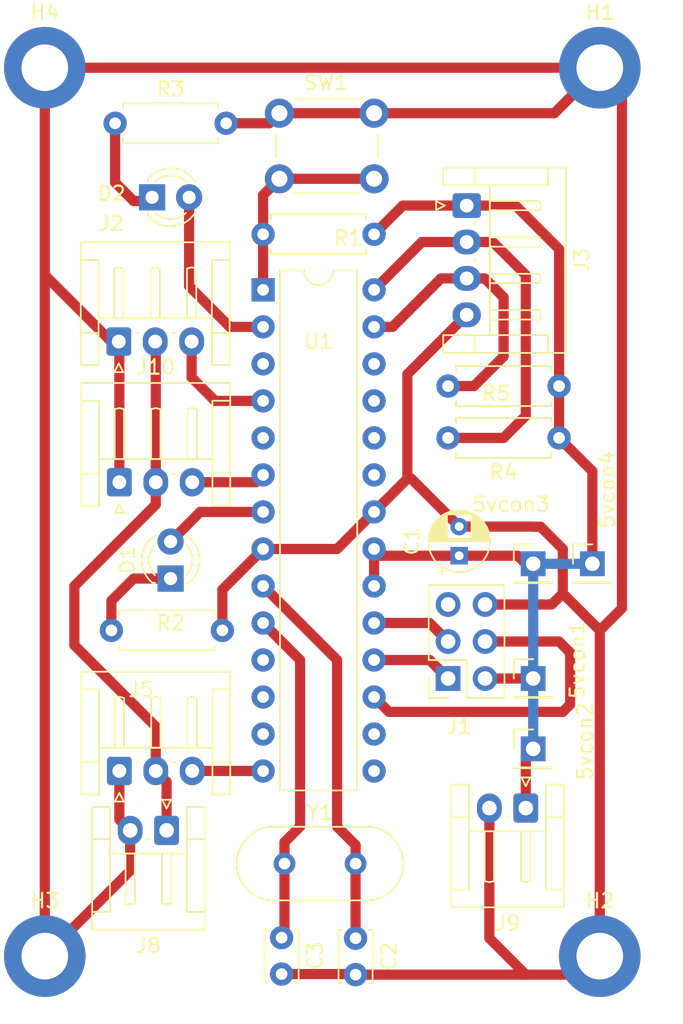
<source format=kicad_pcb>
(kicad_pcb (version 20221018) (generator pcbnew)
  (layers (0 "F.Cu" signal) (31 "B.Cu" signal) (34 "B.Paste" user) (35 "F.Paste" user) (36 "B.SilkS" user "B.Silkscreen") (37 "F.SilkS" user "F.Silkscreen") (38 "B.Mask" user) (39 "F.Mask" user) (44 "Edge.Cuts" user))
  (net 0 "")
  (net 1 "+5V")
  (net 2 "GND")
  (net 3 "Net-(D1-K)")
  (net 4 "Net-(D2-K)")
  (net 5 "/LED")
  (net 6 "/MISO")
  (net 7 "/SCK")
  (net 8 "/MOSI")
  (net 9 "/RST2")
  (net 10 "/m1_sig")
  (net 11 "/SCL")
  (net 12 "/SDA")
  (net 13 "/RST1")
  (net 14 "/m3_sig")
  (net 17 "/BUZZ")
  (net 24 "Net-(J5-Pin_3)")
  (net 27 "Net-(U1-XTAL1{slash}PB6)")
  (net 28 "Net-(U1-XTAL2{slash}PB7)")
  (footprint "Package_DIP:DIP-28_W7.62mm" (layer "F.Cu") (at 156.21 68.58)
    (fp_text reference "U1" (at 3.81 3.556) (layer "F.SilkS"))
    (fp_text value "ATmega328-P")
    (pad "1" thru_hole rect (at 0 0) (size 1.6 1.6) (drill 0.8) (layers "*.Cu" "*.Mask") (net 13 "/RST1"))
    (pad "2" thru_hole oval (at 0 2.54) (size 1.6 1.6) (drill 0.8) (layers "*.Cu" "*.Mask") (net 5 "/LED"))
    (pad "3" thru_hole oval (at 0 5.08) (size 1.6 1.6) (drill 0.8) (layers "*.Cu" "*.Mask"))
    (pad "4" thru_hole oval (at 0 7.62) (size 1.6 1.6) (drill 0.8) (layers "*.Cu" "*.Mask") (net 10 "/m1_sig"))
    (pad "5" thru_hole oval (at 0 10.16) (size 1.6 1.6) (drill 0.8) (layers "*.Cu" "*.Mask"))
    (pad "6" thru_hole oval (at 0 12.7) (size 1.6 1.6) (drill 0.8) (layers "*.Cu" "*.Mask") (net 14 "/m3_sig"))
    (pad "7" thru_hole oval (at 0 15.24) (size 1.6 1.6) (drill 0.8) (layers "*.Cu" "*.Mask") (net 1 "+5V"))
    (pad "8" thru_hole oval (at 0 17.78) (size 1.6 1.6) (drill 0.8) (layers "*.Cu" "*.Mask") (net 2 "GND"))
    (pad "9" thru_hole oval (at 0 20.32) (size 1.6 1.6) (drill 0.8) (layers "*.Cu" "*.Mask") (net 27 "Net-(U1-XTAL1{slash}PB6)"))
    (pad "10" thru_hole oval (at 0 22.86) (size 1.6 1.6) (drill 0.8) (layers "*.Cu" "*.Mask") (net 28 "Net-(U1-XTAL2{slash}PB7)"))
    (pad "11" thru_hole oval (at 0 25.4) (size 1.6 1.6) (drill 0.8) (layers "*.Cu" "*.Mask") (net 17 "/BUZZ"))
    (pad "12" thru_hole oval (at 0 27.94) (size 1.6 1.6) (drill 0.8) (layers "*.Cu" "*.Mask"))
    (pad "13" thru_hole oval (at 0 30.48) (size 1.6 1.6) (drill 0.8) (layers "*.Cu" "*.Mask"))
    (pad "14" thru_hole oval (at 0 33.02) (size 1.6 1.6) (drill 0.8) (layers "*.Cu" "*.Mask") (net 24 "Net-(J5-Pin_3)"))
    (pad "15" thru_hole oval (at 7.62 33.02) (size 1.6 1.6) (drill 0.8) (layers "*.Cu" "*.Mask"))
    (pad "16" thru_hole oval (at 7.62 30.48) (size 1.6 1.6) (drill 0.8) (layers "*.Cu" "*.Mask"))
    (pad "17" thru_hole oval (at 7.62 27.94) (size 1.6 1.6) (drill 0.8) (layers "*.Cu" "*.Mask") (net 8 "/MOSI"))
    (pad "18" thru_hole oval (at 7.62 25.4) (size 1.6 1.6) (drill 0.8) (layers "*.Cu" "*.Mask") (net 6 "/MISO"))
    (pad "19" thru_hole oval (at 7.62 22.86) (size 1.6 1.6) (drill 0.8) (layers "*.Cu" "*.Mask") (net 7 "/SCK"))
    (pad "20" thru_hole oval (at 7.62 20.32) (size 1.6 1.6) (drill 0.8) (layers "*.Cu" "*.Mask") (net 1 "+5V"))
    (pad "21" thru_hole oval (at 7.62 17.78) (size 1.6 1.6) (drill 0.8) (layers "*.Cu" "*.Mask") (net 1 "+5V"))
    (pad "22" thru_hole oval (at 7.62 15.24) (size 1.6 1.6) (drill 0.8) (layers "*.Cu" "*.Mask") (net 2 "GND"))
    (pad "23" thru_hole oval (at 7.62 12.7) (size 1.6 1.6) (drill 0.8) (layers "*.Cu" "*.Mask"))
    (pad "24" thru_hole oval (at 7.62 10.16) (size 1.6 1.6) (drill 0.8) (layers "*.Cu" "*.Mask"))
    (pad "25" thru_hole oval (at 7.62 7.62) (size 1.6 1.6) (drill 0.8) (layers "*.Cu" "*.Mask"))
    (pad "26" thru_hole oval (at 7.62 5.08) (size 1.6 1.6) (drill 0.8) (layers "*.Cu" "*.Mask"))
    (pad "27" thru_hole oval (at 7.62 2.54) (size 1.6 1.6) (drill 0.8) (layers "*.Cu" "*.Mask") (net 12 "/SDA"))
    (pad "28" thru_hole oval (at 7.62 0) (size 1.6 1.6) (drill 0.8) (layers "*.Cu" "*.Mask") (net 11 "/SCL"))
  )
  (footprint "MountingHole:MountingHole_3.2mm_M3_DIN965_Pad" (layer "F.Cu") (at 179.324 114.3)
    (fp_text reference "H2" (at 0 -3.8) (layer "F.SilkS"))
    (fp_text value "M3")
    (pad "1" thru_hole circle (at 0 0) (size 5.6 5.6) (drill 3.2) (layers "*.Cu" "*.Mask") (net 2 "GND"))
  )
  (footprint "Capacitor_THT:C_Disc_D3.4mm_W2.1mm_P2.50mm" (layer "F.Cu") (at 162.56 113.07 -90)
    (fp_text reference "C2" (at 1.25 -2.3 90) (layer "F.SilkS"))
    (fp_text value "22pF")
    (pad "1" thru_hole circle (at 0 0 270) (size 1.6 1.6) (drill 0.8) (layers "*.Cu" "*.Mask") (net 27 "Net-(U1-XTAL1{slash}PB6)"))
    (pad "2" thru_hole circle (at 2.5 0 270) (size 1.6 1.6) (drill 0.8) (layers "*.Cu" "*.Mask") (net 2 "GND"))
  )
  (footprint "LED_THT:LED_D3.0mm" (layer "F.Cu") (at 148.59 62.23)
    (fp_text reference "D2" (at -2.794 -0.254) (layer "F.SilkS"))
    (fp_text value "BUILD-IN")
    (pad "1" thru_hole rect (at 0 0) (size 1.8 1.8) (drill 0.9) (layers "*.Cu" "*.Mask") (net 4 "Net-(D2-K)"))
    (pad "2" thru_hole circle (at 2.54 0) (size 1.8 1.8) (drill 0.9) (layers "*.Cu" "*.Mask") (net 5 "/LED"))
  )
  (footprint "Connector_PinHeader_2.54mm:PinHeader_1x01_P2.54mm_Vertical" (layer "F.Cu") (at 174.752 100.076)
    (fp_text reference "5vcon2" (at 3.556 -0.508 90) (layer "F.SilkS"))
    (fp_text value "Conn_01x01_Pin")
    (pad "1" thru_hole rect (at 0 0) (size 1.7 1.7) (drill 1) (layers "*.Cu" "*.Mask") (net 1 "+5V"))
  )
  (footprint "Crystal:Crystal_HC49-4H_Vertical" (layer "F.Cu") (at 157.68 107.95)
    (fp_text reference "Y1" (at 2.44 -3.525) (layer "F.SilkS"))
    (fp_text value "16Mhz")
    (pad "1" thru_hole circle (at 0 0) (size 1.5 1.5) (drill 0.8) (layers "*.Cu" "*.Mask") (net 28 "Net-(U1-XTAL2{slash}PB7)"))
    (pad "2" thru_hole circle (at 4.88 0) (size 1.5 1.5) (drill 0.8) (layers "*.Cu" "*.Mask") (net 27 "Net-(U1-XTAL1{slash}PB6)"))
  )
  (footprint "Connector_JST:JST_EH_S3B-EH_1x03_P2.50mm_Horizontal" (layer "F.Cu") (at 146.344 81.7805)
    (fp_text reference "J10" (at 2.5 -7.9) (layer "F.SilkS"))
    (fp_text value "Servo_M3")
    (pad "1" thru_hole roundrect (at 0 0) (size 1.7 1.95) (drill 0.95) (layers "*.Cu" "*.Mask") (roundrect_rratio 0.147059) (net 2 "GND"))
    (pad "2" thru_hole oval (at 2.5 0) (size 1.7 1.95) (drill 0.95) (layers "*.Cu" "*.Mask") (net 1 "+5V"))
    (pad "3" thru_hole oval (at 5 0) (size 1.7 1.95) (drill 0.95) (layers "*.Cu" "*.Mask") (net 14 "/m3_sig"))
  )
  (footprint "Connector_JST:JST_EH_S3B-EH_1x03_P2.50mm_Horizontal" (layer "F.Cu") (at 146.304 72.1285)
    (fp_text reference "J2" (at -0.508 -8.1205) (layer "F.SilkS"))
    (fp_text value "Servo_M1")
    (pad "1" thru_hole roundrect (at 0 0) (size 1.7 1.95) (drill 0.95) (layers "*.Cu" "*.Mask") (roundrect_rratio 0.147059) (net 2 "GND"))
    (pad "2" thru_hole oval (at 2.5 0) (size 1.7 1.95) (drill 0.95) (layers "*.Cu" "*.Mask") (net 1 "+5V"))
    (pad "3" thru_hole oval (at 5 0) (size 1.7 1.95) (drill 0.95) (layers "*.Cu" "*.Mask") (net 10 "/m1_sig"))
  )
  (footprint "MountingHole:MountingHole_3.2mm_M3_DIN965_Pad" (layer "F.Cu") (at 179.324 53.34)
    (fp_text reference "H1" (at 0 -3.8) (layer "F.SilkS"))
    (fp_text value "M3")
    (pad "1" thru_hole circle (at 0 0) (size 5.6 5.6) (drill 3.2) (layers "*.Cu" "*.Mask") (net 2 "GND"))
  )
  (footprint "Resistor_THT:R_Axial_DIN0207_L6.3mm_D2.5mm_P7.62mm_Horizontal" (layer "F.Cu") (at 146.05 57.15)
    (fp_text reference "R3" (at 3.81 -2.37) (layer "F.SilkS"))
    (fp_text value "470E")
    (pad "1" thru_hole circle (at 0 0) (size 1.6 1.6) (drill 0.8) (layers "*.Cu" "*.Mask") (net 4 "Net-(D2-K)"))
    (pad "2" thru_hole oval (at 7.62 0) (size 1.6 1.6) (drill 0.8) (layers "*.Cu" "*.Mask") (net 2 "GND"))
  )
  (footprint "Connector_PinHeader_2.54mm:PinHeader_1x01_P2.54mm_Vertical" (layer "F.Cu") (at 174.752 95.25)
    (fp_text reference "5vcon1" (at 3.048 -1.27 90) (layer "F.SilkS"))
    (fp_text value "Conn_01x01_Pin")
    (pad "1" thru_hole rect (at 0 0) (size 1.7 1.7) (drill 1) (layers "*.Cu" "*.Mask") (net 1 "+5V"))
  )
  (footprint "MountingHole:MountingHole_3.2mm_M3_DIN965_Pad" (layer "F.Cu") (at 141.224 53.34)
    (fp_text reference "H4" (at 0 -3.8) (layer "F.SilkS"))
    (fp_text value "M3")
    (pad "1" thru_hole circle (at 0 0) (size 5.6 5.6) (drill 3.2) (layers "*.Cu" "*.Mask") (net 2 "GND"))
  )
  (footprint "Resistor_THT:R_Axial_DIN0207_L6.3mm_D2.5mm_P7.62mm_Horizontal" (layer "F.Cu") (at 176.529998 75.184001 180)
    (fp_text reference "R5" (at 4.317998 -0.507999) (layer "F.SilkS"))
    (fp_text value "4.7K")
    (pad "1" thru_hole circle (at 0 0 180) (size 1.6 1.6) (drill 0.8) (layers "*.Cu" "*.Mask") (net 1 "+5V"))
    (pad "2" thru_hole oval (at 7.62 0 180) (size 1.6 1.6) (drill 0.8) (layers "*.Cu" "*.Mask") (net 12 "/SDA"))
  )
  (footprint "Resistor_THT:R_Axial_DIN0207_L6.3mm_D2.5mm_P7.62mm_Horizontal" (layer "F.Cu") (at 163.83 64.77 180)
    (fp_text reference "R1" (at 1.778 -0.254) (layer "F.SilkS"))
    (fp_text value "10K")
    (pad "1" thru_hole circle (at 0 0 180) (size 1.6 1.6) (drill 0.8) (layers "*.Cu" "*.Mask") (net 1 "+5V"))
    (pad "2" thru_hole oval (at 7.62 0 180) (size 1.6 1.6) (drill 0.8) (layers "*.Cu" "*.Mask") (net 13 "/RST1"))
  )
  (footprint "LED_THT:LED_D3.0mm" (layer "F.Cu") (at 149.86 88.392 90)
    (fp_text reference "D1" (at 1.27 -2.96 90) (layer "F.SilkS"))
    (fp_text value "POWER")
    (pad "1" thru_hole rect (at 0 0 90) (size 1.8 1.8) (drill 0.9) (layers "*.Cu" "*.Mask") (net 3 "Net-(D1-K)"))
    (pad "2" thru_hole circle (at 2.54 0 90) (size 1.8 1.8) (drill 0.9) (layers "*.Cu" "*.Mask") (net 1 "+5V"))
  )
  (footprint "Connector_PinHeader_2.54mm:PinHeader_1x01_P2.54mm_Vertical" (layer "F.Cu") (at 178.816 87.376)
    (fp_text reference "5vcon4" (at 1.016 -5.08 90) (layer "F.SilkS"))
    (fp_text value "Conn_01x01_Pin")
    (pad "1" thru_hole rect (at 0 0) (size 1.7 1.7) (drill 1) (layers "*.Cu" "*.Mask") (net 1 "+5V"))
  )
  (footprint "MountingHole:MountingHole_3.2mm_M3_DIN965_Pad" (layer "F.Cu") (at 141.224 114.3)
    (fp_text reference "H3" (at 0 -3.8) (layer "F.SilkS"))
    (fp_text value "M3")
    (pad "1" thru_hole circle (at 0 0) (size 5.6 5.6) (drill 3.2) (layers "*.Cu" "*.Mask") (net 2 "GND"))
  )
  (footprint "Capacitor_THT:C_Disc_D3.4mm_W2.1mm_P2.50mm" (layer "F.Cu") (at 157.48 113.03 -90)
    (fp_text reference "C3" (at 1.25 -2.3 90) (layer "F.SilkS"))
    (fp_text value "22pF")
    (pad "1" thru_hole circle (at 0 0 270) (size 1.6 1.6) (drill 0.8) (layers "*.Cu" "*.Mask") (net 28 "Net-(U1-XTAL2{slash}PB7)"))
    (pad "2" thru_hole circle (at 2.5 0 270) (size 1.6 1.6) (drill 0.8) (layers "*.Cu" "*.Mask") (net 2 "GND"))
  )
  (footprint "Connector_JST:JST_EH_S3B-EH_1x03_P2.50mm_Horizontal" (layer "F.Cu") (at 146.344 101.5925)
    (fp_text reference "J5" (at 1.484 -5.5805) (layer "F.SilkS"))
    (fp_text value "Servo_M2")
    (pad "1" thru_hole roundrect (at 0 0) (size 1.7 1.95) (drill 0.95) (layers "*.Cu" "*.Mask") (roundrect_rratio 0.147059) (net 2 "GND"))
    (pad "2" thru_hole oval (at 2.5 0) (size 1.7 1.95) (drill 0.95) (layers "*.Cu" "*.Mask") (net 1 "+5V"))
    (pad "3" thru_hole oval (at 5 0) (size 1.7 1.95) (drill 0.95) (layers "*.Cu" "*.Mask") (net 24 "Net-(J5-Pin_3)"))
  )
  (footprint "Connector_JST:JST_EH_S4B-EH_1x04_P2.50mm_Horizontal" (layer "F.Cu") (at 170.1875 62.798 -90)
    (fp_text reference "J3" (at 3.75 -7.9 90) (layer "F.SilkS"))
    (fp_text value "I2C")
    (pad "1" thru_hole roundrect (at 0 0 270) (size 1.7 1.95) (drill 0.95) (layers "*.Cu" "*.Mask") (roundrect_rratio 0.147059) (net 1 "+5V"))
    (pad "2" thru_hole oval (at 2.5 0 270) (size 1.7 1.95) (drill 0.95) (layers "*.Cu" "*.Mask") (net 11 "/SCL"))
    (pad "3" thru_hole oval (at 5 0 270) (size 1.7 1.95) (drill 0.95) (layers "*.Cu" "*.Mask") (net 12 "/SDA"))
    (pad "4" thru_hole oval (at 7.5 0 270) (size 1.7 1.95) (drill 0.95) (layers "*.Cu" "*.Mask") (net 2 "GND"))
  )
  (footprint "Connector_PinHeader_2.54mm:PinHeader_1x01_P2.54mm_Vertical" (layer "F.Cu") (at 174.752 87.376)
    (fp_text reference "5vcon3" (at -1.524 -4.064 180) (layer "F.SilkS"))
    (fp_text value "Conn_01x01_Pin")
    (pad "1" thru_hole rect (at 0 0) (size 1.7 1.7) (drill 1) (layers "*.Cu" "*.Mask") (net 1 "+5V"))
  )
  (footprint "Resistor_THT:R_Axial_DIN0207_L6.3mm_D2.5mm_P7.62mm_Horizontal" (layer "F.Cu") (at 176.53 78.74 180)
    (fp_text reference "R4" (at 3.81 -2.37) (layer "F.SilkS"))
    (fp_text value "4.7K")
    (pad "1" thru_hole circle (at 0 0 180) (size 1.6 1.6) (drill 0.8) (layers "*.Cu" "*.Mask") (net 1 "+5V"))
    (pad "2" thru_hole oval (at 7.62 0 180) (size 1.6 1.6) (drill 0.8) (layers "*.Cu" "*.Mask") (net 11 "/SCL"))
  )
  (footprint "Resistor_THT:R_Axial_DIN0207_L6.3mm_D2.5mm_P7.62mm_Horizontal" (layer "F.Cu") (at 145.796 91.948)
    (fp_text reference "R2" (at 4.064 -0.508) (layer "F.SilkS"))
    (fp_text value "1K")
    (pad "1" thru_hole circle (at 0 0) (size 1.6 1.6) (drill 0.8) (layers "*.Cu" "*.Mask") (net 3 "Net-(D1-K)"))
    (pad "2" thru_hole oval (at 7.62 0) (size 1.6 1.6) (drill 0.8) (layers "*.Cu" "*.Mask") (net 2 "GND"))
  )
  (footprint "Connector_JST:JST_EH_S2B-EH_1x02_P2.50mm_Horizontal" (layer "F.Cu") (at 149.586 105.6715 180)
    (fp_text reference "J8" (at 1.25 -7.9) (layer "F.SilkS"))
    (fp_text value "servo_power")
    (pad "1" thru_hole roundrect (at 0 0 180) (size 1.7 2) (drill 1) (layers "*.Cu" "*.Mask") (roundrect_rratio 0.147059) (net 1 "+5V"))
    (pad "2" thru_hole oval (at 2.5 0 180) (size 1.7 2) (drill 1) (layers "*.Cu" "*.Mask") (net 2 "GND"))
  )
  (footprint "Capacitor_THT:CP_Radial_D4.0mm_P2.00mm" (layer "F.Cu") (at 169.672 86.8246 90)
    (fp_text reference "C1" (at 1 -3.25 90) (layer "F.SilkS"))
    (fp_text value "10uF")
    (pad "1" thru_hole rect (at 0 0 90) (size 1.2 1.2) (drill 0.6) (layers "*.Cu" "*.Mask") (net 1 "+5V"))
    (pad "2" thru_hole circle (at 2 0 90) (size 1.2 1.2) (drill 0.6) (layers "*.Cu" "*.Mask") (net 2 "GND"))
  )
  (footprint "Connector_PinSocket_2.54mm:PinSocket_2x03_P2.54mm_Vertical" (layer "F.Cu") (at 168.91 95.25 180)
    (fp_text reference "J1" (at -0.762 -3.302) (layer "F.SilkS"))
    (fp_text value "ISP")
    (pad "1" thru_hole rect (at 0 0 180) (size 1.7 1.7) (drill 1) (layers "*.Cu" "*.Mask") (net 6 "/MISO"))
    (pad "2" thru_hole oval (at -2.54 0 180) (size 1.7 1.7) (drill 1) (layers "*.Cu" "*.Mask") (net 1 "+5V"))
    (pad "3" thru_hole oval (at 0 2.54 180) (size 1.7 1.7) (drill 1) (layers "*.Cu" "*.Mask") (net 7 "/SCK"))
    (pad "4" thru_hole oval (at -2.54 2.54 180) (size 1.7 1.7) (drill 1) (layers "*.Cu" "*.Mask") (net 8 "/MOSI"))
    (pad "5" thru_hole oval (at 0 5.08 180) (size 1.7 1.7) (drill 1) (layers "*.Cu" "*.Mask") (net 9 "/RST2"))
    (pad "6" thru_hole oval (at -2.54 5.08 180) (size 1.7 1.7) (drill 1) (layers "*.Cu" "*.Mask") (net 2 "GND"))
  )
  (footprint "Connector_JST:JST_EH_S2B-EH_1x02_P2.50mm_Horizontal" (layer "F.Cu") (at 174.244 104.14 180)
    (fp_text reference "J9" (at 1.25 -7.9) (layer "F.SilkS"))
    (fp_text value "atmega_power")
    (pad "1" thru_hole roundrect (at 0 0 180) (size 1.7 2) (drill 1) (layers "*.Cu" "*.Mask") (roundrect_rratio 0.147059) (net 1 "+5V"))
    (pad "2" thru_hole oval (at 2.5 0 180) (size 1.7 2) (drill 1) (layers "*.Cu" "*.Mask") (net 2 "GND"))
  )
  (footprint "Button_Switch_THT:SW_PUSH_6mm" (layer "F.Cu") (at 163.83 60.96 180)
    (fp_text reference "SW1" (at 3.302 6.604) (layer "F.SilkS"))
    (fp_text value "reset")
    (pad "1" thru_hole circle (at 0 0 270) (size 2 2) (drill 1.1) (layers "*.Cu" "*.Mask") (net 13 "/RST1"))
    (pad "1" thru_hole circle (at 6.5 0 270) (size 2 2) (drill 1.1) (layers "*.Cu" "*.Mask") (net 13 "/RST1"))
    (pad "2" thru_hole circle (at 0 4.5 270) (size 2 2) (drill 1.1) (layers "*.Cu" "*.Mask") (net 2 "GND"))
    (pad "2" thru_hole circle (at 6.5 4.5 270) (size 2 2) (drill 1.1) (layers "*.Cu" "*.Mask") (net 2 "GND"))
  )
  (segment (start 163.83 88.9) (end 163.83 86.36) (width 0.7) (layer "F.Cu") (net 1))
  (segment (start 148.844 81.7805) (end 148.844 72.1685) (width 0.7) (layer "F.Cu") (net 1))
  (segment (start 176.529998 65.785998) (end 173.542 62.798) (width 0.7) (layer "F.Cu") (net 1))
  (segment (start 178.816 87.376) (end 178.816 81.026) (width 0.7) (layer "F.Cu") (net 1))
  (segment (start 173.6926 86.8246) (end 174.244 87.376) (width 0.7) (layer "F.Cu") (net 1))
  (segment (start 143.256 88.9) (end 148.844 83.312) (width 0.7) (layer "F.Cu") (net 1))
  (segment (start 176.53 75.184003) (end 176.529998 75.184001) (width 0.7) (layer "F.Cu") (net 1))
  (segment (start 176.529998 75.184001) (end 176.529998 65.785998) (width 0.7) (layer "F.Cu") (net 1))
  (segment (start 149.586 102.3345) (end 148.844 101.5925) (width 0.7) (layer "F.Cu") (net 1))
  (segment (start 174.244 104.14) (end 174.244 100.584) (width 0.7) (layer "F.Cu") (net 1))
  (segment (start 176.53 78.74) (end 176.53 75.184003) (width 0.7) (layer "F.Cu") (net 1))
  (segment (start 173.542 62.798) (end 170.1875 62.798) (width 0.7) (layer "F.Cu") (net 1))
  (segment (start 156.21 83.82) (end 151.892 83.82) (width 0.7) (layer "F.Cu") (net 1))
  (segment (start 170.1875 62.798) (end 165.802 62.798) (width 0.7) (layer "F.Cu") (net 1))
  (segment (start 143.256 92.964) (end 143.256 88.9) (width 0.7) (layer "F.Cu") (net 1))
  (segment (start 168.656 86.8246) (end 173.6926 86.8246) (width 0.7) (layer "F.Cu") (net 1))
  (segment (start 171.45 95.25) (end 174.752 95.25) (width 0.7) (layer "F.Cu") (net 1))
  (segment (start 148.844 83.312) (end 148.844 81.7805) (width 0.7) (layer "F.Cu") (net 1))
  (segment (start 178.816 81.026) (end 176.53 78.74) (width 0.7) (layer "F.Cu") (net 1))
  (segment (start 174.244 100.584) (end 174.752 100.076) (width 0.7) (layer "F.Cu") (net 1))
  (segment (start 149.586 105.6715) (end 149.586 102.3345) (width 0.7) (layer "F.Cu") (net 1))
  (segment (start 168.656 86.8246) (end 164.2946 86.8246) (width 0.7) (layer "F.Cu") (net 1))
  (segment (start 169.672 86.8246) (end 168.656 86.8246) (width 0.7) (layer "F.Cu") (net 1))
  (segment (start 174.244 87.376) (end 174.752 87.376) (width 0.7) (layer "F.Cu") (net 1))
  (segment (start 151.892 83.82) (end 149.86 85.852) (width 0.7) (layer "F.Cu") (net 1))
  (segment (start 148.844 101.5925) (end 148.844 98.552) (width 0.7) (layer "F.Cu") (net 1))
  (segment (start 148.844 72.1685) (end 148.804 72.1285) (width 0.7) (layer "F.Cu") (net 1))
  (segment (start 148.844 98.552) (end 143.256 92.964) (width 0.7) (layer "F.Cu") (net 1))
  (segment (start 148.844 101.5925) (end 148.8365 101.5925) (width 0.7) (layer "F.Cu") (net 1))
  (segment (start 164.2946 86.8246) (end 163.83 86.36) (width 0.7) (layer "F.Cu") (net 1))
  (segment (start 165.802 62.798) (end 163.83 64.77) (width 0.7) (layer "F.Cu") (net 1))
  (segment (start 174.752 95.25) (end 174.752 87.376) (width 0.7) (layer "B.Cu") (net 1))
  (segment (start 174.752 87.376) (end 178.816 87.376) (width 0.7) (layer "B.Cu") (net 1))
  (segment (start 174.752 100.076) (end 174.752 95.25) (width 0.7) (layer "B.Cu") (net 1))
  (segment (start 147.086 108.438) (end 141.224 114.3) (width 0.7) (layer "F.Cu") (net 2))
  (segment (start 141.224 67.564) (end 141.224 114.3) (width 0.7) (layer "F.Cu") (net 2))
  (segment (start 176.022 90.17) (end 171.45 90.17) (width 0.7) (layer "F.Cu") (net 2))
  (segment (start 146.344 101.5925) (end 146.344 104.9295) (width 0.7) (layer "F.Cu") (net 2))
  (segment (start 179.324 91.948) (end 176.784 89.408) (width 0.7) (layer "F.Cu") (net 2))
  (segment (start 171.744 104.14) (end 171.744 113.07) (width 0.7) (layer "F.Cu") (net 2))
  (segment (start 162.56 115.57) (end 174.244 115.57) (width 0.7) (layer "F.Cu") (net 2))
  (segment (start 179.324 53.34) (end 141.224 53.34) (width 0.7) (layer "F.Cu") (net 2))
  (segment (start 145.7885 72.1285) (end 141.224 67.564) (width 0.7) (layer "F.Cu") (net 2))
  (segment (start 179.324 112.776) (end 177.8 114.3) (width 0.7) (layer "F.Cu") (net 2))
  (segment (start 156.64 57.15) (end 157.33 56.46) (width 0.7) (layer "F.Cu") (net 2))
  (segment (start 146.344 72.1685) (end 146.304 72.1285) (width 0.7) (layer "F.Cu") (net 2))
  (segment (start 163.83 56.46) (end 176.204 56.46) (width 0.7) (layer "F.Cu") (net 2))
  (segment (start 153.416 89.154) (end 156.21 86.36) (width 0.7) (layer "F.Cu") (net 2))
  (segment (start 156.21 86.36) (end 161.29 86.36) (width 0.7) (layer "F.Cu") (net 2))
  (segment (start 169.672 84.8246) (end 174.7406 84.8246) (width 0.7) (layer "F.Cu") (net 2))
  (segment (start 166.116 74.3695) (end 170.1875 70.298) (width 0.7) (layer "F.Cu") (net 2))
  (segment (start 146.304 72.1285) (end 145.7885 72.1285) (width 0.7) (layer "F.Cu") (net 2))
  (segment (start 162.52 115.53) (end 162.56 115.57) (width 0.7) (layer "F.Cu") (net 2))
  (segment (start 157.48 115.53) (end 162.52 115.53) (width 0.7) (layer "F.Cu") (net 2))
  (segment (start 141.224 53.34) (end 141.224 67.564) (width 0.7) (layer "F.Cu") (net 2))
  (segment (start 176.784 86.36) (end 176.784 89.408) (width 0.7) (layer "F.Cu") (net 2))
  (segment (start 147.086 105.6715) (end 147.086 108.438) (width 0.7) (layer "F.Cu") (net 2))
  (segment (start 166.116 81.534) (end 166.116 74.3695) (width 0.7) (layer "F.Cu") (net 2))
  (segment (start 179.324 114.3) (end 179.324 91.948) (width 0.7) (layer "F.Cu") (net 2))
  (segment (start 180.848 54.864) (end 179.324 53.34) (width 0.7) (layer "F.Cu") (net 2))
  (segment (start 171.744 113.07) (end 174.244 115.57) (width 0.7) (layer "F.Cu") (net 2))
  (segment (start 153.416 91.948) (end 153.416 89.154) (width 0.7) (layer "F.Cu") (net 2))
  (segment (start 174.7406 84.8246) (end 174.752 84.836) (width 0.7) (layer "F.Cu") (net 2))
  (segment (start 161.29 86.36) (end 163.83 83.82) (width 0.7) (layer "F.Cu") (net 2))
  (segment (start 180.848 90.424) (end 180.848 54.864) (width 0.7) (layer "F.Cu") (net 2))
  (segment (start 157.33 56.46) (end 163.83 56.46) (width 0.7) (layer "F.Cu") (net 2))
  (segment (start 166.3814 81.534) (end 166.116 81.534) (width 0.7) (layer "F.Cu") (net 2))
  (segment (start 174.244 115.57) (end 178.054 115.57) (width 0.7) (layer "F.Cu") (net 2))
  (segment (start 153.67 57.15) (end 156.64 57.15) (width 0.7) (layer "F.Cu") (net 2))
  (segment (start 179.324 91.948) (end 180.848 90.424) (width 0.7) (layer "F.Cu") (net 2))
  (segment (start 176.784 89.408) (end 176.022 90.17) (width 0.7) (layer "F.Cu") (net 2))
  (segment (start 176.204 56.46) (end 179.324 53.34) (width 0.7) (layer "F.Cu") (net 2))
  (segment (start 178.054 115.57) (end 179.324 114.3) (width 0.7) (layer "F.Cu") (net 2))
  (segment (start 174.752 84.836) (end 175.26 84.836) (width 0.7) (layer "F.Cu") (net 2))
  (segment (start 146.344 81.7805) (end 146.344 72.1685) (width 0.7) (layer "F.Cu") (net 2))
  (segment (start 163.83 83.82) (end 166.116 81.534) (width 0.7) (layer "F.Cu") (net 2))
  (segment (start 175.26 84.836) (end 176.784 86.36) (width 0.7) (layer "F.Cu") (net 2))
  (segment (start 146.344 104.9295) (end 147.086 105.6715) (width 0.7) (layer "F.Cu") (net 2))
  (segment (start 169.672 84.8246) (end 166.3814 81.534) (width 0.7) (layer "F.Cu") (net 2))
  (segment (start 147.32 88.392) (end 145.796 89.916) (width 0.7) (layer "F.Cu") (net 3))
  (segment (start 145.796 89.916) (end 145.796 91.948) (width 0.7) (layer "F.Cu") (net 3))
  (segment (start 149.86 88.392) (end 147.32 88.392) (width 0.7) (layer "F.Cu") (net 3))
  (segment (start 148.336 62.484) (end 148.59 62.23) (width 0.7) (layer "F.Cu") (net 4))
  (segment (start 146.05 61.214) (end 147.32 62.484) (width 0.7) (layer "F.Cu") (net 4))
  (segment (start 146.05 57.15) (end 146.05 61.214) (width 0.7) (layer "F.Cu") (net 4))
  (segment (start 147.32 62.484) (end 148.336 62.484) (width 0.7) (layer "F.Cu") (net 4))
  (segment (start 151.13 68.326) (end 153.924 71.12) (width 0.7) (layer "F.Cu") (net 5))
  (segment (start 153.924 71.12) (end 156.21 71.12) (width 0.7) (layer "F.Cu") (net 5))
  (segment (start 151.13 62.23) (end 151.13 68.326) (width 0.7) (layer "F.Cu") (net 5))
  (segment (start 167.64 93.98) (end 168.91 95.25) (width 0.7) (layer "F.Cu") (net 6))
  (segment (start 163.83 93.98) (end 167.64 93.98) (width 0.7) (layer "F.Cu") (net 6))
  (segment (start 167.64 91.44) (end 168.91 92.71) (width 0.7) (layer "F.Cu") (net 7))
  (segment (start 163.83 91.44) (end 167.64 91.44) (width 0.7) (layer "F.Cu") (net 7))
  (segment (start 176.784 97.536) (end 164.846 97.536) (width 0.7) (layer "F.Cu") (net 8))
  (segment (start 171.45 92.71) (end 176.53 92.71) (width 0.7) (layer "F.Cu") (net 8))
  (segment (start 177.292 97.028) (end 176.784 97.536) (width 0.7) (layer "F.Cu") (net 8))
  (segment (start 164.846 97.536) (end 163.83 96.52) (width 0.7) (layer "F.Cu") (net 8))
  (segment (start 176.53 92.71) (end 177.292 93.472) (width 0.7) (layer "F.Cu") (net 8))
  (segment (start 177.292 93.472) (end 177.292 97.028) (width 0.7) (layer "F.Cu") (net 8))
  (segment (start 152.908 76.2) (end 151.304 74.596) (width 0.7) (layer "F.Cu") (net 10))
  (segment (start 151.304 74.596) (end 151.304 72.1285) (width 0.7) (layer "F.Cu") (net 10))
  (segment (start 156.21 76.2) (end 152.908 76.2) (width 0.7) (layer "F.Cu") (net 10))
  (segment (start 168.91 78.74) (end 172.72 78.74) (width 0.7) (layer "F.Cu") (net 11))
  (segment (start 174.244 67.564) (end 171.978 65.298) (width 0.7) (layer "F.Cu") (net 11))
  (segment (start 167.112 65.298) (end 163.83 68.58) (width 0.7) (layer "F.Cu") (net 11))
  (segment (start 171.978 65.298) (end 170.1875 65.298) (width 0.7) (layer "F.Cu") (net 11))
  (segment (start 174.244 77.216) (end 174.244 67.564) (width 0.7) (layer "F.Cu") (net 11))
  (segment (start 172.72 78.74) (end 174.244 77.216) (width 0.7) (layer "F.Cu") (net 11))
  (segment (start 170.1875 65.298) (end 167.112 65.298) (width 0.7) (layer "F.Cu") (net 11))
  (segment (start 170.4215 65.532) (end 170.1875 65.298) (width 0.7) (layer "F.Cu") (net 11))
  (segment (start 165.1 71.12) (end 163.83 71.12) (width 0.7) (layer "F.Cu") (net 12))
  (segment (start 170.1875 67.798) (end 171.43 67.798) (width 0.7) (layer "F.Cu") (net 12))
  (segment (start 170.688 75.184) (end 168.909998 75.184001) (width 0.7) (layer "F.Cu") (net 12))
  (segment (start 168.422 67.798) (end 165.1 71.12) (width 0.7) (layer "F.Cu") (net 12))
  (segment (start 171.43 67.798) (end 172.72 69.088) (width 0.7) (layer "F.Cu") (net 12))
  (segment (start 172.72 73.152) (end 170.688 75.184) (width 0.7) (layer "F.Cu") (net 12))
  (segment (start 172.72 69.088) (end 172.72 73.152) (width 0.7) (layer "F.Cu") (net 12))
  (segment (start 170.1875 67.798) (end 168.422 67.798) (width 0.7) (layer "F.Cu") (net 12))
  (segment (start 156.21 62.08) (end 157.33 60.96) (width 0.7) (layer "F.Cu") (net 13))
  (segment (start 156.21 68.58) (end 156.21 64.77) (width 0.7) (layer "F.Cu") (net 13))
  (segment (start 157.33 60.96) (end 163.83 60.96) (width 0.7) (layer "F.Cu") (net 13))
  (segment (start 156.21 64.77) (end 156.21 62.08) (width 0.7) (layer "F.Cu") (net 13))
  (segment (start 151.344 81.7805) (end 155.7095 81.7805) (width 0.7) (layer "F.Cu") (net 14))
  (segment (start 155.7095 81.7805) (end 156.21 81.28) (width 0.7) (layer "F.Cu") (net 14))
  (segment (start 151.344 101.5925) (end 156.2025 101.5925) (width 0.7) (layer "F.Cu") (net 24))
  (segment (start 156.2025 101.5925) (end 156.21 101.6) (width 0.7) (layer "F.Cu") (net 24))
  (segment (start 162.56 106.68) (end 162.56 107.95) (width 0.7) (layer "F.Cu") (net 27))
  (segment (start 162.56 107.95) (end 162.56 113.07) (width 0.7) (layer "F.Cu") (net 27))
  (segment (start 162.48 107.87) (end 162.56 107.95) (width 0.7) (layer "F.Cu") (net 27))
  (segment (start 161.29 105.41) (end 162.56 106.68) (width 0.7) (layer "F.Cu") (net 27))
  (segment (start 156.21 88.9) (end 161.29 93.98) (width 0.7) (layer "F.Cu") (net 27))
  (segment (start 161.29 93.98) (end 161.29 105.41) (width 0.7) (layer "F.Cu") (net 27))
  (segment (start 157.68 107.95) (end 157.68 112.83) (width 0.7) (layer "F.Cu") (net 28))
  (segment (start 156.21 91.44) (end 158.75 93.98) (width 0.7) (layer "F.Cu") (net 28))
  (segment (start 157.68 106.48) (end 157.68 107.95) (width 0.7) (layer "F.Cu") (net 28))
  (segment (start 158.75 105.41) (end 157.68 106.48) (width 0.7) (layer "F.Cu") (net 28))
  (segment (start 157.68 112.83) (end 157.48 113.03) (width 0.7) (layer "F.Cu") (net 28))
  (segment (start 158.75 93.98) (end 158.75 105.41) (width 0.7) (layer "F.Cu") (net 28))
)
</source>
